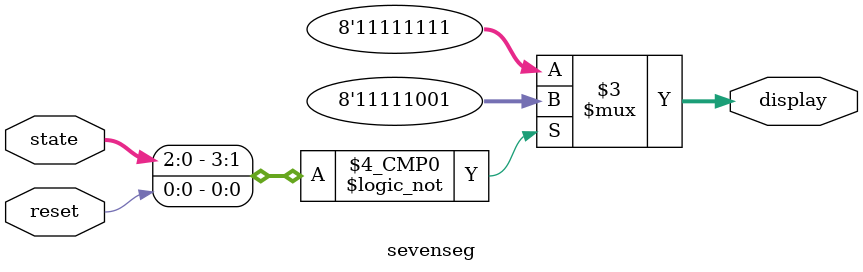
<source format=v>
module sevenseg(
    input [2:0] state,
    input reset,
    output reg [7:0] display
);

always @ (state)
   begin
      case({state, reset})
         {3'b010, 1}: display = 8'b11_00_00_00; //0
         {3'b000, 0}: display = 8'b11_11_10_01; //1
         {3'b111, 0}: display = 8'b10_10_01_00; //2
         {3'b100, 0}: display = 8'b10_11_00_00; //3
         {3'b001, 0}: display = 8'b10_01_10_01; //4
         default: display = 8'b11_11_11_11; //blank
      endcase
   end
endmodule
</source>
